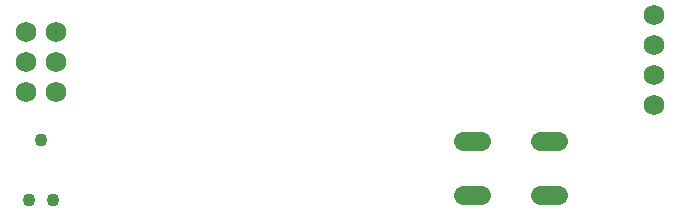
<source format=gbs>
G04 EAGLE Gerber RS-274X export*
G75*
%MOMM*%
%FSLAX34Y34*%
%LPD*%
%INSoldermask Bottom*%
%IPPOS*%
%AMOC8*
5,1,8,0,0,1.08239X$1,22.5*%
G01*
%ADD10C,1.727200*%
%ADD11C,1.092200*%
%ADD12C,1.625600*%


D10*
X37300Y206190D03*
X62700Y206190D03*
X62700Y231590D03*
X37300Y231590D03*
X37300Y180790D03*
X62700Y180790D03*
D11*
X50000Y140150D03*
X60160Y89350D03*
X39840Y89350D03*
D12*
X471932Y94234D02*
X487172Y94234D01*
X487172Y139446D02*
X471932Y139446D01*
X422148Y94234D02*
X406908Y94234D01*
X406908Y139446D02*
X422148Y139446D01*
D10*
X568960Y246380D03*
X568960Y220980D03*
X568960Y195580D03*
X568960Y170180D03*
M02*

</source>
